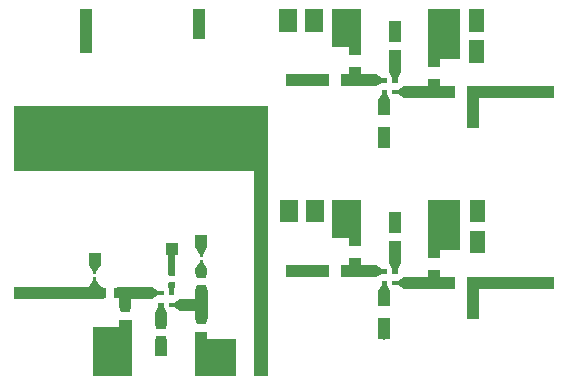
<source format=gtl>
G04 Layer_Physical_Order=1*
G04 Layer_Color=255*
%FSLAX25Y25*%
%MOIN*%
G70*
G01*
G75*
%ADD10C,0.03900*%
%ADD11C,0.04000*%
G36*
X389193Y240391D02*
X374693D01*
Y244391D01*
X389193D01*
Y240391D01*
D02*
G37*
G36*
X399693Y244391D02*
X404693D01*
X406693Y243076D01*
X408468D01*
Y241706D01*
X406693D01*
X404693Y240391D01*
X393193D01*
Y244391D01*
X395693D01*
Y246891D01*
X399693D01*
Y244391D01*
D02*
G37*
G36*
X347144Y245561D02*
X348644Y243061D01*
Y242061D01*
X348241Y240095D01*
X345052D01*
X344644Y242061D01*
Y243061D01*
X346144Y245561D01*
Y246215D01*
X347137D01*
X347144Y245561D01*
D02*
G37*
G36*
X426008Y240446D02*
X431008D01*
Y236446D01*
X414008D01*
X412008Y237761D01*
X410238Y237761D01*
Y239131D01*
X412009D01*
X414008Y240446D01*
X422008D01*
Y242946D01*
X426008D01*
Y240446D01*
D02*
G37*
G36*
X348265Y237744D02*
X348267Y237735D01*
X348267Y237735D01*
X348267Y237735D01*
X348265Y237744D01*
X348267Y237733D01*
X348670Y235768D01*
X348670Y235768D01*
X348670Y235767D01*
X348670Y235768D01*
X348670Y235767D01*
X348670Y235767D01*
X348670Y235767D01*
X348670Y235768D01*
X348669Y235776D01*
X348670Y235766D01*
X348671Y235768D01*
Y235765D01*
X348671Y235764D01*
X348671Y235765D01*
Y235765D01*
X348670Y235766D01*
X348670Y235766D01*
X348670Y235767D01*
X348671Y235765D01*
Y235762D01*
Y226762D01*
X348672Y226763D01*
X348670Y226757D01*
X348267Y224790D01*
X348265Y224781D01*
X348246Y224769D01*
X345046D01*
X345028Y224781D01*
X345026Y224790D01*
X344618Y226757D01*
X344618Y226758D01*
X344618Y226757D01*
Y226762D01*
Y229236D01*
X339644D01*
X339638Y229235D01*
X339630Y229240D01*
X337636Y230546D01*
X335859D01*
X335844Y230552D01*
X335838Y230567D01*
Y230572D01*
Y231926D01*
X335786D01*
X335771Y231932D01*
X335763Y231952D01*
X335771Y231973D01*
X335786Y231979D01*
X337636D01*
X339630Y233284D01*
X339633Y233286D01*
X339639Y233289D01*
X344618D01*
Y235762D01*
X344617Y235761D01*
X344618Y235768D01*
X344618Y235768D01*
X345026Y237734D01*
X345024Y237728D01*
X345026Y237735D01*
X345026Y237735D01*
X345026Y237735D01*
X345026Y237735D01*
X345026Y237734D01*
X345026Y237736D01*
X345026Y237735D01*
X345026Y237735D01*
X345026Y237735D01*
X345028Y237744D01*
X345046Y237756D01*
X348246D01*
X348265Y237744D01*
D02*
G37*
G36*
X432733Y249446D02*
X426008D01*
Y246946D01*
X422008D01*
Y266124D01*
X432733D01*
Y249446D01*
D02*
G37*
G36*
X348644Y250424D02*
X347144Y247924D01*
Y247235D01*
X346144D01*
Y247924D01*
X344644Y250424D01*
Y254424D01*
X348644D01*
Y250424D01*
D02*
G37*
G36*
X413123Y245076D02*
X412009Y243076D01*
Y241706D01*
X410239D01*
Y243076D01*
X409123Y245076D01*
Y252576D01*
X413123D01*
Y245076D01*
D02*
G37*
G36*
X338754Y247829D02*
X337954D01*
Y241829D01*
X337837Y240846D01*
X335671D01*
X335554Y241829D01*
Y247829D01*
X334754D01*
Y251829D01*
X338754D01*
Y247829D01*
D02*
G37*
G36*
X313025Y244564D02*
X311525Y242064D01*
Y241411D01*
X310525D01*
Y242064D01*
X309025Y244564D01*
Y248564D01*
X313025D01*
Y244564D01*
D02*
G37*
G36*
X337954Y237892D02*
X337644Y235892D01*
Y234512D01*
X335864D01*
Y235892D01*
X335554Y237892D01*
X335671Y238876D01*
X337837D01*
X337954Y237892D01*
D02*
G37*
G36*
X335214Y218773D02*
Y214273D01*
X331214D01*
Y218773D01*
X331622Y220740D01*
X334811D01*
X335214Y218773D01*
D02*
G37*
G36*
X409578Y219761D02*
X405578D01*
Y226761D01*
X409578D01*
Y219761D01*
D02*
G37*
G36*
X348592Y219804D02*
X358192Y219804D01*
X358192Y207625D01*
X344592D01*
Y222304D01*
X348592D01*
Y219804D01*
D02*
G37*
G36*
X323346Y226256D02*
X323353Y226241D01*
Y226236D01*
Y207625D01*
Y207620D01*
X323346Y207605D01*
X323331Y207598D01*
X310536D01*
X310521Y207605D01*
X310515Y207620D01*
Y207625D01*
Y223736D01*
Y223741D01*
X310521Y223756D01*
X310536Y223762D01*
X319300D01*
Y226236D01*
Y226241D01*
X319306Y226256D01*
X319321Y226262D01*
X323331D01*
X323346Y226256D01*
D02*
G37*
G36*
X368900Y297700D02*
X368900Y207600D01*
X364000Y207600D01*
X364000Y275800D01*
X284100D01*
X284000Y275700D01*
X284020Y297700D01*
X368900Y297700D01*
D02*
G37*
G36*
X408463Y237761D02*
X409578Y235761D01*
Y230761D01*
X405578D01*
Y235761D01*
X406693Y237761D01*
Y239131D01*
X408463D01*
Y237761D01*
D02*
G37*
G36*
X311525Y239702D02*
X313025Y237202D01*
X314991Y236799D01*
Y233610D01*
X313025Y233202D01*
X284025D01*
Y237202D01*
X309025D01*
X310525Y239702D01*
Y240391D01*
X311525D01*
Y239702D01*
D02*
G37*
G36*
X332324Y235892D02*
X334106D01*
Y234512D01*
X332324D01*
X330324Y233202D01*
X323324D01*
Y230702D01*
X322921Y228736D01*
X319732D01*
X319324Y230774D01*
Y233610D01*
X317357D01*
X317357Y236799D01*
X319324Y237202D01*
X330324D01*
X332324Y235892D01*
D02*
G37*
G36*
X334104Y230572D02*
X335214Y228572D01*
Y225072D01*
X334811Y223106D01*
X331622D01*
X331214Y225072D01*
Y228572D01*
X332324Y230572D01*
Y231957D01*
X334104D01*
Y230572D01*
D02*
G37*
G36*
X464008Y236446D02*
X439008D01*
Y226446D01*
X435008D01*
Y240446D01*
X464008D01*
Y236446D01*
D02*
G37*
G36*
X441100Y248500D02*
X436200D01*
Y256000D01*
X441100D01*
Y248500D01*
D02*
G37*
G36*
X440800Y312000D02*
X435900D01*
Y319500D01*
X440800D01*
Y312000D01*
D02*
G37*
G36*
X399693Y314545D02*
X395693D01*
Y317045D01*
X390213D01*
Y329777D01*
X399693D01*
Y314545D01*
D02*
G37*
G36*
X432733Y313100D02*
X426008D01*
Y310600D01*
X422008D01*
Y329777D01*
X432733D01*
Y313100D01*
D02*
G37*
G36*
X399693Y308045D02*
X404693D01*
X406693Y306730D01*
X408468D01*
Y305360D01*
X406693D01*
X404693Y304045D01*
X393193D01*
Y308045D01*
X395693D01*
Y310545D01*
X399693D01*
Y308045D01*
D02*
G37*
G36*
X413123Y308730D02*
X412009Y306730D01*
Y305360D01*
X410239D01*
Y306730D01*
X409123Y308730D01*
Y316230D01*
X413123D01*
Y308730D01*
D02*
G37*
G36*
X310242Y315224D02*
X306242D01*
Y329774D01*
X310242D01*
Y315224D01*
D02*
G37*
G36*
X387200Y322300D02*
X381200D01*
Y329800D01*
X387200D01*
Y322300D01*
D02*
G37*
G36*
X440800D02*
X435900D01*
Y329800D01*
X440800D01*
Y322300D01*
D02*
G37*
G36*
X378500D02*
X372500D01*
Y329800D01*
X378500D01*
Y322300D01*
D02*
G37*
G36*
X413123Y318730D02*
X409123D01*
Y325730D01*
X413123D01*
Y318730D01*
D02*
G37*
G36*
X347742Y319774D02*
X343742D01*
Y329774D01*
X347742D01*
Y319774D01*
D02*
G37*
G36*
X387500Y258800D02*
X381500D01*
Y266300D01*
X387500D01*
Y258800D01*
D02*
G37*
G36*
X441100D02*
X436200D01*
Y266300D01*
X441100D01*
Y258800D01*
D02*
G37*
G36*
X378800D02*
X372800D01*
Y266300D01*
X378800D01*
Y258800D01*
D02*
G37*
G36*
X399693Y250891D02*
X395693D01*
Y253391D01*
X390213D01*
Y266124D01*
X399693D01*
Y250891D01*
D02*
G37*
G36*
X413123Y255076D02*
X409123D01*
Y262076D01*
X413123D01*
Y255076D01*
D02*
G37*
G36*
X409578Y283415D02*
X405578D01*
Y290415D01*
X409578D01*
Y283415D01*
D02*
G37*
G36*
X426008Y304100D02*
X431008D01*
Y300100D01*
X414008D01*
X412008Y301415D01*
X410238Y301415D01*
Y302785D01*
X412009D01*
X414008Y304100D01*
X422008D01*
Y306600D01*
X426008D01*
Y304100D01*
D02*
G37*
G36*
X389193Y304045D02*
X374693D01*
Y308045D01*
X389193D01*
Y304045D01*
D02*
G37*
G36*
X464008Y300100D02*
X439008D01*
Y290100D01*
X435008D01*
Y304100D01*
X464008D01*
Y300100D01*
D02*
G37*
G36*
X408463Y301415D02*
X409578Y299415D01*
Y294415D01*
X405578D01*
Y299415D01*
X406693Y301415D01*
Y302785D01*
X408463D01*
Y301415D01*
D02*
G37*
%LPC*%
G36*
X348267Y237735D02*
X348267Y237735D01*
X348267Y237734D01*
X348267Y237731D01*
X348267Y237733D01*
X348267Y237734D01*
X348267Y237735D01*
D02*
G37*
%LPD*%
D10*
X375600Y262400D02*
D03*
X438500Y251026D02*
D03*
X438200Y314526D02*
D03*
X375300Y325900D02*
D03*
X345700Y321774D02*
D03*
X308200Y317224D02*
D03*
X437000Y292096D02*
D03*
X411100Y323726D02*
D03*
X376700Y306041D02*
D03*
X407600Y285400D02*
D03*
X411100Y260100D02*
D03*
X437000Y228400D02*
D03*
X407600Y221700D02*
D03*
X376700Y242400D02*
D03*
X333200Y216273D02*
D03*
X311000Y246600D02*
D03*
X336700Y249900D02*
D03*
X346600Y252500D02*
D03*
D11*
X366400Y261964D02*
D03*
Y252500D02*
D03*
X366200Y213900D02*
D03*
X366300Y225025D02*
D03*
Y234700D02*
D03*
X345700Y280500D02*
D03*
X334400D02*
D03*
Y289200D02*
D03*
X345500Y289400D02*
D03*
X355200Y289200D02*
D03*
X355500Y280500D02*
D03*
X366400Y243600D02*
D03*
M02*

</source>
